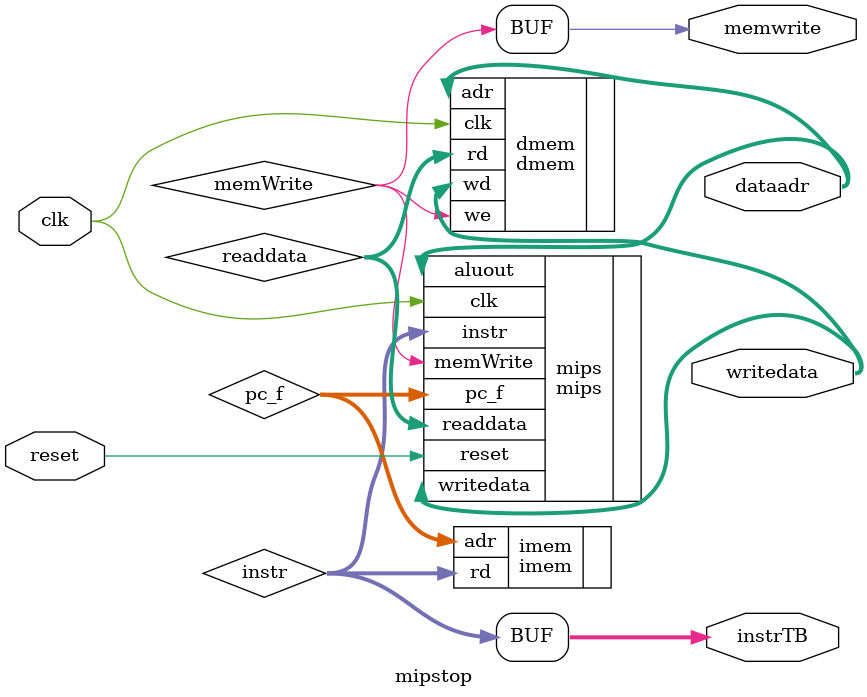
<source format=sv>

module mipstop(input logic         clk, reset, 
           output logic [31:0] writedata, dataadr,instrTB, 
           output logic        memwrite);

   logic [31:0]                pc_f, instr, readdata;
   assign instrTB = instr;
  assign memwrite = memWrite;
  // instantiate processor and memories
  mips mips(.clk, .reset, .pc_f, .instr, .memWrite, .aluout(dataadr), .writedata, .readdata);
   
  imem imem(.adr(pc_f), .rd(instr));
   
  dmem dmem(.clk, .we(memWrite), .adr(dataadr), .wd(writedata), .rd(readdata));
  

endmodule

</source>
